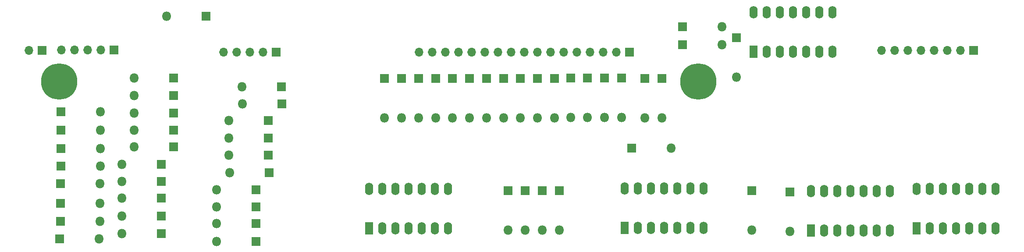
<source format=gbr>
%TF.GenerationSoftware,KiCad,Pcbnew,6.0.2+dfsg-1*%
%TF.CreationDate,2022-06-22T10:26:47+01:00*%
%TF.ProjectId,Keyboard,4b657962-6f61-4726-942e-6b696361645f,2*%
%TF.SameCoordinates,Original*%
%TF.FileFunction,Soldermask,Top*%
%TF.FilePolarity,Negative*%
%FSLAX46Y46*%
G04 Gerber Fmt 4.6, Leading zero omitted, Abs format (unit mm)*
G04 Created by KiCad (PCBNEW 6.0.2+dfsg-1) date 2022-06-22 10:26:47*
%MOMM*%
%LPD*%
G01*
G04 APERTURE LIST*
%ADD10R,1.600000X2.400000*%
%ADD11O,1.600000X2.400000*%
%ADD12R,1.800000X1.800000*%
%ADD13O,1.800000X1.800000*%
%ADD14C,7.000000*%
%ADD15R,1.700000X1.700000*%
%ADD16O,1.700000X1.700000*%
G04 APERTURE END LIST*
D10*
%TO.C,U4*%
X199425000Y-99975000D03*
D11*
X201965000Y-99975000D03*
X204505000Y-99975000D03*
X207045000Y-99975000D03*
X209585000Y-99975000D03*
X212125000Y-99975000D03*
X214665000Y-99975000D03*
X214665000Y-92355000D03*
X212125000Y-92355000D03*
X209585000Y-92355000D03*
X207045000Y-92355000D03*
X204505000Y-92355000D03*
X201965000Y-92355000D03*
X199425000Y-92355000D03*
%TD*%
D12*
%TO.C,D28*%
X105730800Y-113287600D03*
D13*
X98110800Y-113287600D03*
%TD*%
D12*
%TO.C,D47*%
X144592800Y-105134200D03*
D13*
X144592800Y-112754200D03*
%TD*%
D12*
%TO.C,D22*%
X170678600Y-105108800D03*
D13*
X170678600Y-112728800D03*
%TD*%
D12*
%TO.C,D1*%
X108270800Y-106785200D03*
D13*
X100650800Y-106785200D03*
%TD*%
D12*
%TO.C,D44*%
X85036200Y-121785000D03*
D13*
X77416200Y-121785000D03*
%TD*%
D12*
%TO.C,D12*%
X65615000Y-125515000D03*
D13*
X73235000Y-125515000D03*
%TD*%
D12*
%TO.C,D25*%
X158664400Y-126876600D03*
D13*
X158664400Y-134496600D03*
%TD*%
D12*
%TO.C,D41*%
X196150000Y-97315000D03*
D13*
X196150000Y-104935000D03*
%TD*%
D12*
%TO.C,D52*%
X138039600Y-105159600D03*
D13*
X138039600Y-112779600D03*
%TD*%
D12*
%TO.C,D6*%
X105730800Y-119942400D03*
D13*
X98110800Y-119942400D03*
%TD*%
D12*
%TO.C,D8*%
X65640000Y-115150000D03*
D13*
X73260000Y-115150000D03*
%TD*%
D12*
%TO.C,D31*%
X87423800Y-111879000D03*
D13*
X79803800Y-111879000D03*
%TD*%
D12*
%TO.C,D16*%
X103343200Y-133201200D03*
D13*
X95723200Y-133201200D03*
%TD*%
D12*
%TO.C,D46*%
X151146000Y-105134200D03*
D13*
X151146000Y-112754200D03*
%TD*%
D14*
%TO.C,H2*%
X65338000Y-105769200D03*
%TD*%
D12*
%TO.C,D55*%
X108321600Y-110061800D03*
D13*
X100701600Y-110061800D03*
%TD*%
D12*
%TO.C,D30*%
X87423800Y-105071800D03*
D13*
X79803800Y-105071800D03*
%TD*%
D12*
%TO.C,D20*%
X173955200Y-105083400D03*
D13*
X173955200Y-112703400D03*
%TD*%
D12*
%TO.C,D18*%
X178425600Y-105134200D03*
D13*
X178425600Y-112754200D03*
%TD*%
D12*
%TO.C,D15*%
X105883200Y-123346000D03*
D13*
X98263200Y-123346000D03*
%TD*%
D12*
%TO.C,D43*%
X105730800Y-116640400D03*
D13*
X98110800Y-116640400D03*
%TD*%
D15*
%TO.C,J5*%
X75950000Y-99650000D03*
D16*
X73410000Y-99650000D03*
X70870000Y-99650000D03*
X68330000Y-99650000D03*
X65790000Y-99650000D03*
%TD*%
D12*
%TO.C,D35*%
X155311600Y-126825800D03*
D13*
X155311600Y-134445800D03*
%TD*%
D12*
%TO.C,D56*%
X85036200Y-131741800D03*
D13*
X77416200Y-131741800D03*
%TD*%
D12*
%TO.C,D5*%
X85036200Y-125036200D03*
D13*
X77416200Y-125036200D03*
%TD*%
D12*
%TO.C,D32*%
X160975800Y-105134200D03*
D13*
X160975800Y-112754200D03*
%TD*%
D15*
%TO.C,J1*%
X62000000Y-99725000D03*
D16*
X59460000Y-99725000D03*
%TD*%
D12*
%TO.C,D9*%
X65665000Y-118675000D03*
D13*
X73285000Y-118675000D03*
%TD*%
D12*
%TO.C,D51*%
X134763000Y-105134200D03*
D13*
X134763000Y-112754200D03*
%TD*%
D12*
%TO.C,D19*%
X175936400Y-118621600D03*
D13*
X183556400Y-118621600D03*
%TD*%
D12*
%TO.C,D29*%
X103368600Y-126673400D03*
D13*
X95748600Y-126673400D03*
%TD*%
D12*
%TO.C,D39*%
X185740800Y-98606400D03*
D13*
X193360800Y-98606400D03*
%TD*%
D12*
%TO.C,D40*%
X128159000Y-105134200D03*
D13*
X128159000Y-112754200D03*
%TD*%
D15*
%TO.C,J2*%
X175500000Y-100100000D03*
D16*
X172960000Y-100100000D03*
X170420000Y-100100000D03*
X167880000Y-100100000D03*
X165340000Y-100100000D03*
X162800000Y-100100000D03*
X160260000Y-100100000D03*
X157720000Y-100100000D03*
X155180000Y-100100000D03*
X152640000Y-100100000D03*
X150100000Y-100100000D03*
X147560000Y-100100000D03*
X145020000Y-100100000D03*
X142480000Y-100100000D03*
X139940000Y-100100000D03*
X137400000Y-100100000D03*
X134860000Y-100100000D03*
%TD*%
D12*
%TO.C,D45*%
X147844000Y-105134200D03*
D13*
X147844000Y-112754200D03*
%TD*%
D15*
%TO.C,J4*%
X107274800Y-100060000D03*
D16*
X104734800Y-100060000D03*
X102194800Y-100060000D03*
X99654800Y-100060000D03*
X97114800Y-100060000D03*
%TD*%
D12*
%TO.C,D7*%
X65639200Y-111621400D03*
D13*
X73259200Y-111621400D03*
%TD*%
D12*
%TO.C,D36*%
X157673800Y-105134200D03*
D13*
X157673800Y-112754200D03*
%TD*%
D12*
%TO.C,D27*%
X87423800Y-115130200D03*
D13*
X79803800Y-115130200D03*
%TD*%
D12*
%TO.C,D17*%
X93710000Y-93175000D03*
D13*
X86090000Y-93175000D03*
%TD*%
D12*
%TO.C,D38*%
X154422600Y-105134200D03*
D13*
X154422600Y-112754200D03*
%TD*%
D12*
%TO.C,D14*%
X65415000Y-136125000D03*
D13*
X73035000Y-136125000D03*
%TD*%
D12*
%TO.C,D37*%
X185740800Y-95152000D03*
D13*
X193360800Y-95152000D03*
%TD*%
D12*
%TO.C,D23*%
X152009600Y-126876600D03*
D13*
X152009600Y-134496600D03*
%TD*%
D12*
%TO.C,D2*%
X85036200Y-135094600D03*
D13*
X77416200Y-135094600D03*
%TD*%
D15*
%TO.C,J3*%
X241950000Y-99775000D03*
D16*
X239410000Y-99775000D03*
X236870000Y-99775000D03*
X234330000Y-99775000D03*
X231790000Y-99775000D03*
X229250000Y-99775000D03*
X226710000Y-99775000D03*
X224170000Y-99775000D03*
%TD*%
D12*
%TO.C,D21*%
X181753000Y-105134200D03*
D13*
X181753000Y-112754200D03*
%TD*%
D10*
%TO.C,U1*%
X230950000Y-134125000D03*
D11*
X233490000Y-134125000D03*
X236030000Y-134125000D03*
X238570000Y-134125000D03*
X241110000Y-134125000D03*
X243650000Y-134125000D03*
X246190000Y-134125000D03*
X246190000Y-126505000D03*
X243650000Y-126505000D03*
X241110000Y-126505000D03*
X238570000Y-126505000D03*
X236030000Y-126505000D03*
X233490000Y-126505000D03*
X230950000Y-126505000D03*
%TD*%
D12*
%TO.C,D11*%
X65615000Y-129325000D03*
D13*
X73235000Y-129325000D03*
%TD*%
D12*
%TO.C,D48*%
X206492600Y-127054400D03*
D13*
X206492600Y-134674400D03*
%TD*%
D12*
%TO.C,D54*%
X103317800Y-136630200D03*
D13*
X95697800Y-136630200D03*
%TD*%
D12*
%TO.C,D3*%
X103368600Y-129950000D03*
D13*
X95748600Y-129950000D03*
%TD*%
D12*
%TO.C,D24*%
X167376600Y-105108800D03*
D13*
X167376600Y-112728800D03*
%TD*%
D12*
%TO.C,D13*%
X65618200Y-132721400D03*
D13*
X73238200Y-132721400D03*
%TD*%
D10*
%TO.C,U3*%
X174534400Y-134003600D03*
D11*
X177074400Y-134003600D03*
X179614400Y-134003600D03*
X182154400Y-134003600D03*
X184694400Y-134003600D03*
X187234400Y-134003600D03*
X189774400Y-134003600D03*
X189774400Y-126383600D03*
X187234400Y-126383600D03*
X184694400Y-126383600D03*
X182154400Y-126383600D03*
X179614400Y-126383600D03*
X177074400Y-126383600D03*
X174534400Y-126383600D03*
%TD*%
D12*
%TO.C,D50*%
X199101200Y-126825800D03*
D13*
X199101200Y-134445800D03*
%TD*%
D14*
%TO.C,H1*%
X188738000Y-105769200D03*
%TD*%
D12*
%TO.C,D49*%
X141316200Y-105159600D03*
D13*
X141316200Y-112779600D03*
%TD*%
D12*
%TO.C,D53*%
X87423800Y-118381400D03*
D13*
X79803800Y-118381400D03*
%TD*%
D12*
%TO.C,D4*%
X87423800Y-108475400D03*
D13*
X79803800Y-108475400D03*
%TD*%
D10*
%TO.C,U2*%
X125156800Y-134156000D03*
D11*
X127696800Y-134156000D03*
X130236800Y-134156000D03*
X132776800Y-134156000D03*
X135316800Y-134156000D03*
X137856800Y-134156000D03*
X140396800Y-134156000D03*
X140396800Y-126536000D03*
X137856800Y-126536000D03*
X135316800Y-126536000D03*
X132776800Y-126536000D03*
X130236800Y-126536000D03*
X127696800Y-126536000D03*
X125156800Y-126536000D03*
%TD*%
D12*
%TO.C,D10*%
X65665000Y-122078600D03*
D13*
X73285000Y-122078600D03*
%TD*%
D12*
%TO.C,D42*%
X85036200Y-128287400D03*
D13*
X77416200Y-128287400D03*
%TD*%
D12*
%TO.C,D26*%
X161966400Y-126876600D03*
D13*
X161966400Y-134496600D03*
%TD*%
D12*
%TO.C,D33*%
X164176200Y-105108800D03*
D13*
X164176200Y-112728800D03*
%TD*%
D10*
%TO.C,U5*%
X210526200Y-134537000D03*
D11*
X213066200Y-134537000D03*
X215606200Y-134537000D03*
X218146200Y-134537000D03*
X220686200Y-134537000D03*
X223226200Y-134537000D03*
X225766200Y-134537000D03*
X225766200Y-126917000D03*
X223226200Y-126917000D03*
X220686200Y-126917000D03*
X218146200Y-126917000D03*
X215606200Y-126917000D03*
X213066200Y-126917000D03*
X210526200Y-126917000D03*
%TD*%
D12*
%TO.C,D34*%
X131486400Y-105134200D03*
D13*
X131486400Y-112754200D03*
%TD*%
M02*

</source>
